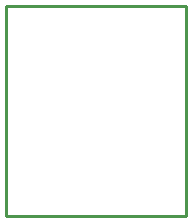
<source format=gbr>
G04 EAGLE Gerber RS-274X export*
G75*
%MOMM*%
%FSLAX34Y34*%
%LPD*%
%IN*%
%IPPOS*%
%AMOC8*
5,1,8,0,0,1.08239X$1,22.5*%
G01*
%ADD10C,0.254000*%


D10*
X0Y0D02*
X152400Y0D01*
X152400Y177800D01*
X0Y177800D01*
X0Y0D01*
M02*

</source>
